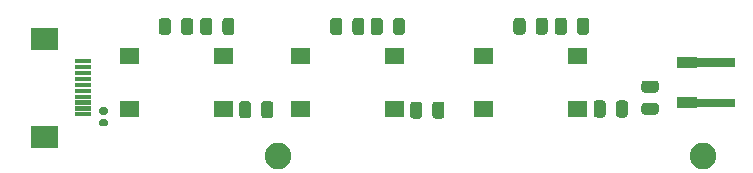
<source format=gbr>
%TF.GenerationSoftware,KiCad,Pcbnew,5.1.8+dfsg1-1~bpo10+1*%
%TF.CreationDate,2021-01-23T23:31:02+00:00*%
%TF.ProjectId,atlas_btn,61746c61-735f-4627-946e-2e6b69636164,rev?*%
%TF.SameCoordinates,Original*%
%TF.FileFunction,Soldermask,Bot*%
%TF.FilePolarity,Negative*%
%FSLAX46Y46*%
G04 Gerber Fmt 4.6, Leading zero omitted, Abs format (unit mm)*
G04 Created by KiCad (PCBNEW 5.1.8+dfsg1-1~bpo10+1) date 2021-01-23 23:31:02*
%MOMM*%
%LPD*%
G01*
G04 APERTURE LIST*
%ADD10C,0.100000*%
%ADD11C,2.250000*%
G04 APERTURE END LIST*
D10*
G36*
X172700000Y-106795000D02*
G01*
X169495000Y-106795000D01*
X169495000Y-106145000D01*
X172700000Y-106145000D01*
X172700000Y-106795000D01*
G37*
X172700000Y-106795000D02*
X169495000Y-106795000D01*
X169495000Y-106145000D01*
X172700000Y-106145000D01*
X172700000Y-106795000D01*
G36*
X172700000Y-103395000D02*
G01*
X169495000Y-103395000D01*
X169495000Y-102745000D01*
X172700000Y-102745000D01*
X172700000Y-103395000D01*
G37*
X172700000Y-103395000D02*
X169495000Y-103395000D01*
X169495000Y-102745000D01*
X172700000Y-102745000D01*
X172700000Y-103395000D01*
%TO.C,R40*%
G36*
G01*
X131795000Y-106611250D02*
X131795000Y-107548750D01*
G75*
G02*
X131538750Y-107805000I-256250J0D01*
G01*
X131026250Y-107805000D01*
G75*
G02*
X130770000Y-107548750I0J256250D01*
G01*
X130770000Y-106611250D01*
G75*
G02*
X131026250Y-106355000I256250J0D01*
G01*
X131538750Y-106355000D01*
G75*
G02*
X131795000Y-106611250I0J-256250D01*
G01*
G37*
G36*
G01*
X133670000Y-106611250D02*
X133670000Y-107548750D01*
G75*
G02*
X133413750Y-107805000I-256250J0D01*
G01*
X132901250Y-107805000D01*
G75*
G02*
X132645000Y-107548750I0J256250D01*
G01*
X132645000Y-106611250D01*
G75*
G02*
X132901250Y-106355000I256250J0D01*
G01*
X133413750Y-106355000D01*
G75*
G02*
X133670000Y-106611250I0J-256250D01*
G01*
G37*
%TD*%
%TO.C,R50*%
G36*
G01*
X166038750Y-105645000D02*
X165101250Y-105645000D01*
G75*
G02*
X164845000Y-105388750I0J256250D01*
G01*
X164845000Y-104876250D01*
G75*
G02*
X165101250Y-104620000I256250J0D01*
G01*
X166038750Y-104620000D01*
G75*
G02*
X166295000Y-104876250I0J-256250D01*
G01*
X166295000Y-105388750D01*
G75*
G02*
X166038750Y-105645000I-256250J0D01*
G01*
G37*
G36*
G01*
X166038750Y-107520000D02*
X165101250Y-107520000D01*
G75*
G02*
X164845000Y-107263750I0J256250D01*
G01*
X164845000Y-106751250D01*
G75*
G02*
X165101250Y-106495000I256250J0D01*
G01*
X166038750Y-106495000D01*
G75*
G02*
X166295000Y-106751250I0J-256250D01*
G01*
X166295000Y-107263750D01*
G75*
G02*
X166038750Y-107520000I-256250J0D01*
G01*
G37*
%TD*%
%TO.C,R48*%
G36*
G01*
X161820000Y-106551250D02*
X161820000Y-107488750D01*
G75*
G02*
X161563750Y-107745000I-256250J0D01*
G01*
X161051250Y-107745000D01*
G75*
G02*
X160795000Y-107488750I0J256250D01*
G01*
X160795000Y-106551250D01*
G75*
G02*
X161051250Y-106295000I256250J0D01*
G01*
X161563750Y-106295000D01*
G75*
G02*
X161820000Y-106551250I0J-256250D01*
G01*
G37*
G36*
G01*
X163695000Y-106551250D02*
X163695000Y-107488750D01*
G75*
G02*
X163438750Y-107745000I-256250J0D01*
G01*
X162926250Y-107745000D01*
G75*
G02*
X162670000Y-107488750I0J256250D01*
G01*
X162670000Y-106551250D01*
G75*
G02*
X162926250Y-106295000I256250J0D01*
G01*
X163438750Y-106295000D01*
G75*
G02*
X163695000Y-106551250I0J-256250D01*
G01*
G37*
%TD*%
%TO.C,R45*%
G36*
G01*
X146282500Y-106651250D02*
X146282500Y-107588750D01*
G75*
G02*
X146026250Y-107845000I-256250J0D01*
G01*
X145513750Y-107845000D01*
G75*
G02*
X145257500Y-107588750I0J256250D01*
G01*
X145257500Y-106651250D01*
G75*
G02*
X145513750Y-106395000I256250J0D01*
G01*
X146026250Y-106395000D01*
G75*
G02*
X146282500Y-106651250I0J-256250D01*
G01*
G37*
G36*
G01*
X148157500Y-106651250D02*
X148157500Y-107588750D01*
G75*
G02*
X147901250Y-107845000I-256250J0D01*
G01*
X147388750Y-107845000D01*
G75*
G02*
X147132500Y-107588750I0J256250D01*
G01*
X147132500Y-106651250D01*
G75*
G02*
X147388750Y-106395000I256250J0D01*
G01*
X147901250Y-106395000D01*
G75*
G02*
X148157500Y-106651250I0J-256250D01*
G01*
G37*
%TD*%
%TO.C,R19*%
G36*
G01*
X155880000Y-100488750D02*
X155880000Y-99551250D01*
G75*
G02*
X156136250Y-99295000I256250J0D01*
G01*
X156648750Y-99295000D01*
G75*
G02*
X156905000Y-99551250I0J-256250D01*
G01*
X156905000Y-100488750D01*
G75*
G02*
X156648750Y-100745000I-256250J0D01*
G01*
X156136250Y-100745000D01*
G75*
G02*
X155880000Y-100488750I0J256250D01*
G01*
G37*
G36*
G01*
X154005000Y-100488750D02*
X154005000Y-99551250D01*
G75*
G02*
X154261250Y-99295000I256250J0D01*
G01*
X154773750Y-99295000D01*
G75*
G02*
X155030000Y-99551250I0J-256250D01*
G01*
X155030000Y-100488750D01*
G75*
G02*
X154773750Y-100745000I-256250J0D01*
G01*
X154261250Y-100745000D01*
G75*
G02*
X154005000Y-100488750I0J256250D01*
G01*
G37*
%TD*%
%TO.C,R18*%
G36*
G01*
X140362500Y-100508750D02*
X140362500Y-99571250D01*
G75*
G02*
X140618750Y-99315000I256250J0D01*
G01*
X141131250Y-99315000D01*
G75*
G02*
X141387500Y-99571250I0J-256250D01*
G01*
X141387500Y-100508750D01*
G75*
G02*
X141131250Y-100765000I-256250J0D01*
G01*
X140618750Y-100765000D01*
G75*
G02*
X140362500Y-100508750I0J256250D01*
G01*
G37*
G36*
G01*
X138487500Y-100508750D02*
X138487500Y-99571250D01*
G75*
G02*
X138743750Y-99315000I256250J0D01*
G01*
X139256250Y-99315000D01*
G75*
G02*
X139512500Y-99571250I0J-256250D01*
G01*
X139512500Y-100508750D01*
G75*
G02*
X139256250Y-100765000I-256250J0D01*
G01*
X138743750Y-100765000D01*
G75*
G02*
X138487500Y-100508750I0J256250D01*
G01*
G37*
%TD*%
%TO.C,R11*%
G36*
G01*
X125860000Y-100508750D02*
X125860000Y-99571250D01*
G75*
G02*
X126116250Y-99315000I256250J0D01*
G01*
X126628750Y-99315000D01*
G75*
G02*
X126885000Y-99571250I0J-256250D01*
G01*
X126885000Y-100508750D01*
G75*
G02*
X126628750Y-100765000I-256250J0D01*
G01*
X126116250Y-100765000D01*
G75*
G02*
X125860000Y-100508750I0J256250D01*
G01*
G37*
G36*
G01*
X123985000Y-100508750D02*
X123985000Y-99571250D01*
G75*
G02*
X124241250Y-99315000I256250J0D01*
G01*
X124753750Y-99315000D01*
G75*
G02*
X125010000Y-99571250I0J-256250D01*
G01*
X125010000Y-100508750D01*
G75*
G02*
X124753750Y-100765000I-256250J0D01*
G01*
X124241250Y-100765000D01*
G75*
G02*
X123985000Y-100508750I0J256250D01*
G01*
G37*
%TD*%
%TO.C,SW2*%
G36*
G01*
X135170000Y-107670000D02*
X135170000Y-106370000D01*
G75*
G02*
X135195000Y-106345000I25000J0D01*
G01*
X136745000Y-106345000D01*
G75*
G02*
X136770000Y-106370000I0J-25000D01*
G01*
X136770000Y-107670000D01*
G75*
G02*
X136745000Y-107695000I-25000J0D01*
G01*
X135195000Y-107695000D01*
G75*
G02*
X135170000Y-107670000I0J25000D01*
G01*
G37*
G36*
G01*
X143120000Y-107670000D02*
X143120000Y-106370000D01*
G75*
G02*
X143145000Y-106345000I25000J0D01*
G01*
X144695000Y-106345000D01*
G75*
G02*
X144720000Y-106370000I0J-25000D01*
G01*
X144720000Y-107670000D01*
G75*
G02*
X144695000Y-107695000I-25000J0D01*
G01*
X143145000Y-107695000D01*
G75*
G02*
X143120000Y-107670000I0J25000D01*
G01*
G37*
G36*
G01*
X135170000Y-103170000D02*
X135170000Y-101870000D01*
G75*
G02*
X135195000Y-101845000I25000J0D01*
G01*
X136745000Y-101845000D01*
G75*
G02*
X136770000Y-101870000I0J-25000D01*
G01*
X136770000Y-103170000D01*
G75*
G02*
X136745000Y-103195000I-25000J0D01*
G01*
X135195000Y-103195000D01*
G75*
G02*
X135170000Y-103170000I0J25000D01*
G01*
G37*
G36*
G01*
X143120000Y-103170000D02*
X143120000Y-101870000D01*
G75*
G02*
X143145000Y-101845000I25000J0D01*
G01*
X144695000Y-101845000D01*
G75*
G02*
X144720000Y-101870000I0J-25000D01*
G01*
X144720000Y-103170000D01*
G75*
G02*
X144695000Y-103195000I-25000J0D01*
G01*
X143145000Y-103195000D01*
G75*
G02*
X143120000Y-103170000I0J25000D01*
G01*
G37*
%TD*%
%TO.C,SW5*%
G36*
G01*
X169545000Y-103545000D02*
X167845000Y-103545000D01*
G75*
G02*
X167820000Y-103520000I0J25000D01*
G01*
X167820000Y-102620000D01*
G75*
G02*
X167845000Y-102595000I25000J0D01*
G01*
X169545000Y-102595000D01*
G75*
G02*
X169570000Y-102620000I0J-25000D01*
G01*
X169570000Y-103520000D01*
G75*
G02*
X169545000Y-103545000I-25000J0D01*
G01*
G37*
G36*
G01*
X169545000Y-106945000D02*
X167845000Y-106945000D01*
G75*
G02*
X167820000Y-106920000I0J25000D01*
G01*
X167820000Y-106020000D01*
G75*
G02*
X167845000Y-105995000I25000J0D01*
G01*
X169545000Y-105995000D01*
G75*
G02*
X169570000Y-106020000I0J-25000D01*
G01*
X169570000Y-106920000D01*
G75*
G02*
X169545000Y-106945000I-25000J0D01*
G01*
G37*
%TD*%
D11*
%TO.C,REF\u002A\u002A*%
X134095000Y-110970000D03*
%TD*%
%TO.C,REF\u002A\u002A*%
X170045000Y-110970000D03*
%TD*%
%TO.C,SW4*%
G36*
G01*
X158620000Y-103170000D02*
X158620000Y-101870000D01*
G75*
G02*
X158645000Y-101845000I25000J0D01*
G01*
X160195000Y-101845000D01*
G75*
G02*
X160220000Y-101870000I0J-25000D01*
G01*
X160220000Y-103170000D01*
G75*
G02*
X160195000Y-103195000I-25000J0D01*
G01*
X158645000Y-103195000D01*
G75*
G02*
X158620000Y-103170000I0J25000D01*
G01*
G37*
G36*
G01*
X150670000Y-103170000D02*
X150670000Y-101870000D01*
G75*
G02*
X150695000Y-101845000I25000J0D01*
G01*
X152245000Y-101845000D01*
G75*
G02*
X152270000Y-101870000I0J-25000D01*
G01*
X152270000Y-103170000D01*
G75*
G02*
X152245000Y-103195000I-25000J0D01*
G01*
X150695000Y-103195000D01*
G75*
G02*
X150670000Y-103170000I0J25000D01*
G01*
G37*
G36*
G01*
X158620000Y-107670000D02*
X158620000Y-106370000D01*
G75*
G02*
X158645000Y-106345000I25000J0D01*
G01*
X160195000Y-106345000D01*
G75*
G02*
X160220000Y-106370000I0J-25000D01*
G01*
X160220000Y-107670000D01*
G75*
G02*
X160195000Y-107695000I-25000J0D01*
G01*
X158645000Y-107695000D01*
G75*
G02*
X158620000Y-107670000I0J25000D01*
G01*
G37*
G36*
G01*
X150670000Y-107670000D02*
X150670000Y-106370000D01*
G75*
G02*
X150695000Y-106345000I25000J0D01*
G01*
X152245000Y-106345000D01*
G75*
G02*
X152270000Y-106370000I0J-25000D01*
G01*
X152270000Y-107670000D01*
G75*
G02*
X152245000Y-107695000I-25000J0D01*
G01*
X150695000Y-107695000D01*
G75*
G02*
X150670000Y-107670000I0J25000D01*
G01*
G37*
%TD*%
%TO.C,SW1*%
G36*
G01*
X128620000Y-103170000D02*
X128620000Y-101870000D01*
G75*
G02*
X128645000Y-101845000I25000J0D01*
G01*
X130195000Y-101845000D01*
G75*
G02*
X130220000Y-101870000I0J-25000D01*
G01*
X130220000Y-103170000D01*
G75*
G02*
X130195000Y-103195000I-25000J0D01*
G01*
X128645000Y-103195000D01*
G75*
G02*
X128620000Y-103170000I0J25000D01*
G01*
G37*
G36*
G01*
X120670000Y-103170000D02*
X120670000Y-101870000D01*
G75*
G02*
X120695000Y-101845000I25000J0D01*
G01*
X122245000Y-101845000D01*
G75*
G02*
X122270000Y-101870000I0J-25000D01*
G01*
X122270000Y-103170000D01*
G75*
G02*
X122245000Y-103195000I-25000J0D01*
G01*
X120695000Y-103195000D01*
G75*
G02*
X120670000Y-103170000I0J25000D01*
G01*
G37*
G36*
G01*
X128620000Y-107670000D02*
X128620000Y-106370000D01*
G75*
G02*
X128645000Y-106345000I25000J0D01*
G01*
X130195000Y-106345000D01*
G75*
G02*
X130220000Y-106370000I0J-25000D01*
G01*
X130220000Y-107670000D01*
G75*
G02*
X130195000Y-107695000I-25000J0D01*
G01*
X128645000Y-107695000D01*
G75*
G02*
X128620000Y-107670000I0J25000D01*
G01*
G37*
G36*
G01*
X120670000Y-107670000D02*
X120670000Y-106370000D01*
G75*
G02*
X120695000Y-106345000I25000J0D01*
G01*
X122245000Y-106345000D01*
G75*
G02*
X122270000Y-106370000I0J-25000D01*
G01*
X122270000Y-107670000D01*
G75*
G02*
X122245000Y-107695000I-25000J0D01*
G01*
X120695000Y-107695000D01*
G75*
G02*
X120670000Y-107670000I0J25000D01*
G01*
G37*
%TD*%
%TO.C,J12*%
G36*
G01*
X115400000Y-102005000D02*
X113200000Y-102005000D01*
G75*
G02*
X113175000Y-101980000I0J25000D01*
G01*
X113175000Y-100180000D01*
G75*
G02*
X113200000Y-100155000I25000J0D01*
G01*
X115400000Y-100155000D01*
G75*
G02*
X115425000Y-100180000I0J-25000D01*
G01*
X115425000Y-101980000D01*
G75*
G02*
X115400000Y-102005000I-25000J0D01*
G01*
G37*
G36*
G01*
X115400000Y-110305000D02*
X113200000Y-110305000D01*
G75*
G02*
X113175000Y-110280000I0J25000D01*
G01*
X113175000Y-108480000D01*
G75*
G02*
X113200000Y-108455000I25000J0D01*
G01*
X115400000Y-108455000D01*
G75*
G02*
X115425000Y-108480000I0J-25000D01*
G01*
X115425000Y-110280000D01*
G75*
G02*
X115400000Y-110305000I-25000J0D01*
G01*
G37*
G36*
G01*
X118200000Y-107655000D02*
X116900000Y-107655000D01*
G75*
G02*
X116875000Y-107630000I0J25000D01*
G01*
X116875000Y-107330000D01*
G75*
G02*
X116900000Y-107305000I25000J0D01*
G01*
X118200000Y-107305000D01*
G75*
G02*
X118225000Y-107330000I0J-25000D01*
G01*
X118225000Y-107630000D01*
G75*
G02*
X118200000Y-107655000I-25000J0D01*
G01*
G37*
G36*
G01*
X118200000Y-107155000D02*
X116900000Y-107155000D01*
G75*
G02*
X116875000Y-107130000I0J25000D01*
G01*
X116875000Y-106830000D01*
G75*
G02*
X116900000Y-106805000I25000J0D01*
G01*
X118200000Y-106805000D01*
G75*
G02*
X118225000Y-106830000I0J-25000D01*
G01*
X118225000Y-107130000D01*
G75*
G02*
X118200000Y-107155000I-25000J0D01*
G01*
G37*
G36*
G01*
X118200000Y-106655000D02*
X116900000Y-106655000D01*
G75*
G02*
X116875000Y-106630000I0J25000D01*
G01*
X116875000Y-106330000D01*
G75*
G02*
X116900000Y-106305000I25000J0D01*
G01*
X118200000Y-106305000D01*
G75*
G02*
X118225000Y-106330000I0J-25000D01*
G01*
X118225000Y-106630000D01*
G75*
G02*
X118200000Y-106655000I-25000J0D01*
G01*
G37*
G36*
G01*
X118200000Y-106155000D02*
X116900000Y-106155000D01*
G75*
G02*
X116875000Y-106130000I0J25000D01*
G01*
X116875000Y-105830000D01*
G75*
G02*
X116900000Y-105805000I25000J0D01*
G01*
X118200000Y-105805000D01*
G75*
G02*
X118225000Y-105830000I0J-25000D01*
G01*
X118225000Y-106130000D01*
G75*
G02*
X118200000Y-106155000I-25000J0D01*
G01*
G37*
G36*
G01*
X118200000Y-105655000D02*
X116900000Y-105655000D01*
G75*
G02*
X116875000Y-105630000I0J25000D01*
G01*
X116875000Y-105330000D01*
G75*
G02*
X116900000Y-105305000I25000J0D01*
G01*
X118200000Y-105305000D01*
G75*
G02*
X118225000Y-105330000I0J-25000D01*
G01*
X118225000Y-105630000D01*
G75*
G02*
X118200000Y-105655000I-25000J0D01*
G01*
G37*
G36*
G01*
X118200000Y-105155000D02*
X116900000Y-105155000D01*
G75*
G02*
X116875000Y-105130000I0J25000D01*
G01*
X116875000Y-104830000D01*
G75*
G02*
X116900000Y-104805000I25000J0D01*
G01*
X118200000Y-104805000D01*
G75*
G02*
X118225000Y-104830000I0J-25000D01*
G01*
X118225000Y-105130000D01*
G75*
G02*
X118200000Y-105155000I-25000J0D01*
G01*
G37*
G36*
G01*
X118200000Y-104655000D02*
X116900000Y-104655000D01*
G75*
G02*
X116875000Y-104630000I0J25000D01*
G01*
X116875000Y-104330000D01*
G75*
G02*
X116900000Y-104305000I25000J0D01*
G01*
X118200000Y-104305000D01*
G75*
G02*
X118225000Y-104330000I0J-25000D01*
G01*
X118225000Y-104630000D01*
G75*
G02*
X118200000Y-104655000I-25000J0D01*
G01*
G37*
G36*
G01*
X118200000Y-104155000D02*
X116900000Y-104155000D01*
G75*
G02*
X116875000Y-104130000I0J25000D01*
G01*
X116875000Y-103830000D01*
G75*
G02*
X116900000Y-103805000I25000J0D01*
G01*
X118200000Y-103805000D01*
G75*
G02*
X118225000Y-103830000I0J-25000D01*
G01*
X118225000Y-104130000D01*
G75*
G02*
X118200000Y-104155000I-25000J0D01*
G01*
G37*
G36*
G01*
X118200000Y-103655000D02*
X116900000Y-103655000D01*
G75*
G02*
X116875000Y-103630000I0J25000D01*
G01*
X116875000Y-103330000D01*
G75*
G02*
X116900000Y-103305000I25000J0D01*
G01*
X118200000Y-103305000D01*
G75*
G02*
X118225000Y-103330000I0J-25000D01*
G01*
X118225000Y-103630000D01*
G75*
G02*
X118200000Y-103655000I-25000J0D01*
G01*
G37*
G36*
G01*
X118200000Y-103155000D02*
X116900000Y-103155000D01*
G75*
G02*
X116875000Y-103130000I0J25000D01*
G01*
X116875000Y-102830000D01*
G75*
G02*
X116900000Y-102805000I25000J0D01*
G01*
X118200000Y-102805000D01*
G75*
G02*
X118225000Y-102830000I0J-25000D01*
G01*
X118225000Y-103130000D01*
G75*
G02*
X118200000Y-103155000I-25000J0D01*
G01*
G37*
%TD*%
%TO.C,C17*%
G36*
G01*
X119485000Y-107535000D02*
X119115000Y-107535000D01*
G75*
G02*
X118955000Y-107375000I0J160000D01*
G01*
X118955000Y-107055000D01*
G75*
G02*
X119115000Y-106895000I160000J0D01*
G01*
X119485000Y-106895000D01*
G75*
G02*
X119645000Y-107055000I0J-160000D01*
G01*
X119645000Y-107375000D01*
G75*
G02*
X119485000Y-107535000I-160000J0D01*
G01*
G37*
G36*
G01*
X119485000Y-108505000D02*
X119115000Y-108505000D01*
G75*
G02*
X118955000Y-108345000I0J160000D01*
G01*
X118955000Y-108025000D01*
G75*
G02*
X119115000Y-107865000I160000J0D01*
G01*
X119485000Y-107865000D01*
G75*
G02*
X119645000Y-108025000I0J-160000D01*
G01*
X119645000Y-108345000D01*
G75*
G02*
X119485000Y-108505000I-160000J0D01*
G01*
G37*
%TD*%
%TO.C,D10*%
G36*
G01*
X158530000Y-99551250D02*
X158530000Y-100488750D01*
G75*
G02*
X158273750Y-100745000I-256250J0D01*
G01*
X157761250Y-100745000D01*
G75*
G02*
X157505000Y-100488750I0J256250D01*
G01*
X157505000Y-99551250D01*
G75*
G02*
X157761250Y-99295000I256250J0D01*
G01*
X158273750Y-99295000D01*
G75*
G02*
X158530000Y-99551250I0J-256250D01*
G01*
G37*
G36*
G01*
X160405000Y-99551250D02*
X160405000Y-100488750D01*
G75*
G02*
X160148750Y-100745000I-256250J0D01*
G01*
X159636250Y-100745000D01*
G75*
G02*
X159380000Y-100488750I0J256250D01*
G01*
X159380000Y-99551250D01*
G75*
G02*
X159636250Y-99295000I256250J0D01*
G01*
X160148750Y-99295000D01*
G75*
G02*
X160405000Y-99551250I0J-256250D01*
G01*
G37*
%TD*%
%TO.C,D9*%
G36*
G01*
X142950000Y-99571250D02*
X142950000Y-100508750D01*
G75*
G02*
X142693750Y-100765000I-256250J0D01*
G01*
X142181250Y-100765000D01*
G75*
G02*
X141925000Y-100508750I0J256250D01*
G01*
X141925000Y-99571250D01*
G75*
G02*
X142181250Y-99315000I256250J0D01*
G01*
X142693750Y-99315000D01*
G75*
G02*
X142950000Y-99571250I0J-256250D01*
G01*
G37*
G36*
G01*
X144825000Y-99571250D02*
X144825000Y-100508750D01*
G75*
G02*
X144568750Y-100765000I-256250J0D01*
G01*
X144056250Y-100765000D01*
G75*
G02*
X143800000Y-100508750I0J256250D01*
G01*
X143800000Y-99571250D01*
G75*
G02*
X144056250Y-99315000I256250J0D01*
G01*
X144568750Y-99315000D01*
G75*
G02*
X144825000Y-99571250I0J-256250D01*
G01*
G37*
%TD*%
%TO.C,D8*%
G36*
G01*
X128510000Y-99571250D02*
X128510000Y-100508750D01*
G75*
G02*
X128253750Y-100765000I-256250J0D01*
G01*
X127741250Y-100765000D01*
G75*
G02*
X127485000Y-100508750I0J256250D01*
G01*
X127485000Y-99571250D01*
G75*
G02*
X127741250Y-99315000I256250J0D01*
G01*
X128253750Y-99315000D01*
G75*
G02*
X128510000Y-99571250I0J-256250D01*
G01*
G37*
G36*
G01*
X130385000Y-99571250D02*
X130385000Y-100508750D01*
G75*
G02*
X130128750Y-100765000I-256250J0D01*
G01*
X129616250Y-100765000D01*
G75*
G02*
X129360000Y-100508750I0J256250D01*
G01*
X129360000Y-99571250D01*
G75*
G02*
X129616250Y-99315000I256250J0D01*
G01*
X130128750Y-99315000D01*
G75*
G02*
X130385000Y-99571250I0J-256250D01*
G01*
G37*
%TD*%
M02*

</source>
